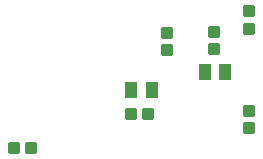
<source format=gbp>
G04*
G04 #@! TF.GenerationSoftware,Altium Limited,Altium Designer,21.0.8 (223)*
G04*
G04 Layer_Color=128*
%FSLAX24Y24*%
%MOIN*%
G70*
G04*
G04 #@! TF.SameCoordinates,8C0F5777-7222-4B99-86F0-090FC40BF16C*
G04*
G04*
G04 #@! TF.FilePolarity,Positive*
G04*
G01*
G75*
G04:AMPARAMS|DCode=12|XSize=37.4mil|YSize=37.4mil|CornerRadius=1.9mil|HoleSize=0mil|Usage=FLASHONLY|Rotation=180.000|XOffset=0mil|YOffset=0mil|HoleType=Round|Shape=RoundedRectangle|*
%AMROUNDEDRECTD12*
21,1,0.0374,0.0337,0,0,180.0*
21,1,0.0337,0.0374,0,0,180.0*
1,1,0.0037,-0.0168,0.0168*
1,1,0.0037,0.0168,0.0168*
1,1,0.0037,0.0168,-0.0168*
1,1,0.0037,-0.0168,-0.0168*
%
%ADD12ROUNDEDRECTD12*%
G04:AMPARAMS|DCode=13|XSize=43.3mil|YSize=55.1mil|CornerRadius=2.2mil|HoleSize=0mil|Usage=FLASHONLY|Rotation=0.000|XOffset=0mil|YOffset=0mil|HoleType=Round|Shape=RoundedRectangle|*
%AMROUNDEDRECTD13*
21,1,0.0433,0.0508,0,0,0.0*
21,1,0.0390,0.0551,0,0,0.0*
1,1,0.0043,0.0195,-0.0254*
1,1,0.0043,-0.0195,-0.0254*
1,1,0.0043,-0.0195,0.0254*
1,1,0.0043,0.0195,0.0254*
%
%ADD13ROUNDEDRECTD13*%
G04:AMPARAMS|DCode=19|XSize=37.4mil|YSize=37.4mil|CornerRadius=1.9mil|HoleSize=0mil|Usage=FLASHONLY|Rotation=90.000|XOffset=0mil|YOffset=0mil|HoleType=Round|Shape=RoundedRectangle|*
%AMROUNDEDRECTD19*
21,1,0.0374,0.0337,0,0,90.0*
21,1,0.0337,0.0374,0,0,90.0*
1,1,0.0037,0.0168,0.0168*
1,1,0.0037,0.0168,-0.0168*
1,1,0.0037,-0.0168,-0.0168*
1,1,0.0037,-0.0168,0.0168*
%
%ADD19ROUNDEDRECTD19*%
D12*
X12589Y6313D02*
D03*
X12019D02*
D03*
X8698Y5191D02*
D03*
X8128D02*
D03*
D13*
X12048Y7121D02*
D03*
X12737D02*
D03*
X14492Y7711D02*
D03*
X15181D02*
D03*
D19*
X15975Y6419D02*
D03*
Y5848D02*
D03*
X13235Y9027D02*
D03*
Y8456D02*
D03*
X14814Y8466D02*
D03*
Y9037D02*
D03*
X15975Y9730D02*
D03*
Y9159D02*
D03*
M02*

</source>
